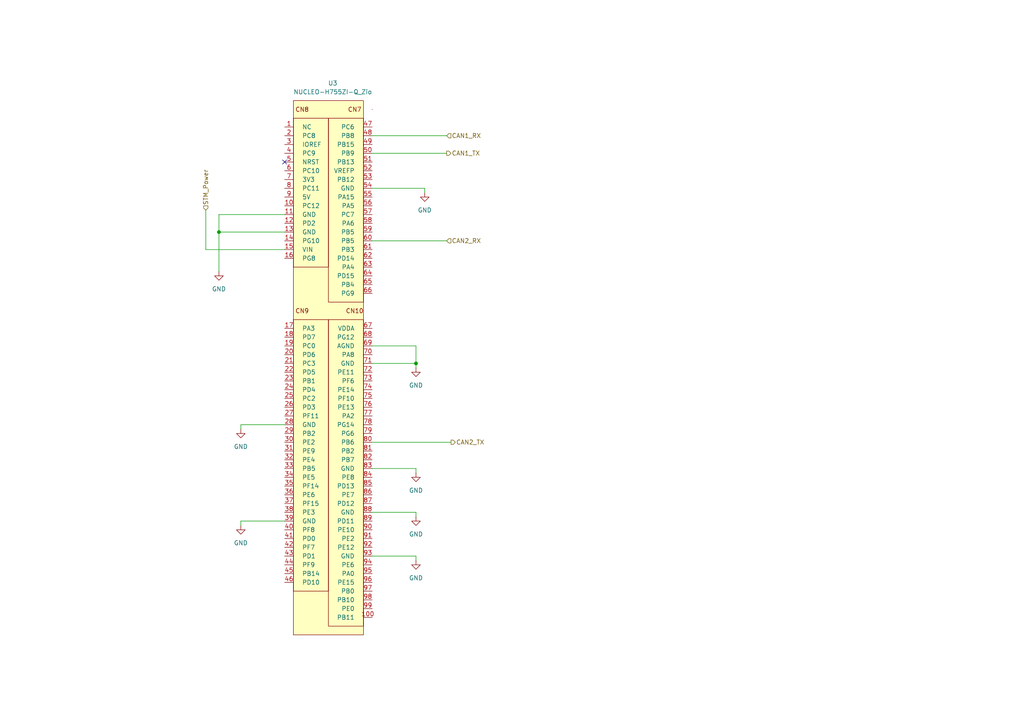
<source format=kicad_sch>
(kicad_sch (version 20250114) (generator "eeschema") (generator_version "9.0")
  (paper "A4")
  (lib_symbols
    (symbol "RDC_humanoid_project:NUCLEO-H755ZI-Q_Zio" (pin_names (offset 2.54))
      (property "Reference" "U" (at 12.7 15.24 0))
      (property "Value" "NUCLEO-H755ZI-Q_Zio" (at 0 15.24 0))
      (symbol "NUCLEO-H755ZI-Q_Zio_0_0"
        (rectangle (start -10.16 12.7) (end 10.16 -142.24) (fill (type background)))
        (rectangle (start -10.16 -50.8) (end 0 -129.54))
        (rectangle (start 0 7.62) (end 10.16 -45.72))
        (rectangle (start 0 -50.8) (end 10.16 -139.7))
        (text "CN8" (at -7.62 10.16 0) (effects (font (size 1.27 1.27))))
        (text "CN9" (at -7.62 -48.26 0) (effects (font (size 1.27 1.27))))
        (text "CN7" (at 7.62 10.16 0) (effects (font (size 1.27 1.27))))
        (text "CN10" (at 7.62 -48.26 0) (effects (font (size 1.27 1.27))))
      )
      (symbol "NUCLEO-H755ZI-Q_Zio_0_1"
        (rectangle (start -10.16 7.62) (end 0 -35.56))
        (rectangle (start 12.7 10.16) (end 12.7 10.16))
        (rectangle (start 12.7 10.16) (end 12.7 10.16))
      )
      (symbol "NUCLEO-H755ZI-Q_Zio_1_1"
        (pin bidirectional line (at -12.7 5.08 0) (length 2.54) (name "NC") (number "1"))
        (pin bidirectional line (at -12.7 2.54 0) (length 2.54) (name "PC8") (number "2"))
        (pin bidirectional line (at -12.7 0 0) (length 2.54) (name "IOREF") (number "3"))
        (pin bidirectional line (at -12.7 -2.54 0) (length 2.54) (name "PC9") (number "4"))
        (pin input line (at -12.7 -5.08 0) (length 2.54) (name "NRST") (number "5"))
        (pin bidirectional line (at -12.7 -7.62 0) (length 2.54) (name "PC10") (number "6"))
        (pin power_out line (at -12.7 -10.16 0) (length 2.54) (name "3V3") (number "7"))
        (pin bidirectional line (at -12.7 -12.7 0) (length 2.54) (name "PC11") (number "8"))
        (pin power_out line (at -12.7 -15.24 0) (length 2.54) (name "5V") (number "9"))
        (pin bidirectional line (at -12.7 -17.78 0) (length 2.54) (name "PC12") (number "10"))
        (pin power_in line (at -12.7 -20.32 0) (length 2.54) (name "GND") (number "11"))
        (pin bidirectional line (at -12.7 -22.86 0) (length 2.54) (name "PD2") (number "12"))
        (pin power_in line (at -12.7 -25.4 0) (length 2.54) (name "GND") (number "13"))
        (pin bidirectional line (at -12.7 -27.94 0) (length 2.54) (name "PG10") (number "14"))
        (pin power_in line (at -12.7 -30.48 0) (length 2.54) (name "VIN") (number "15"))
        (pin bidirectional line (at -12.7 -33.02 0) (length 2.54) (name "PG8") (number "16"))
        (pin bidirectional line (at -12.7 -53.34 0) (length 2.54) (name "PA3") (number "17"))
        (pin bidirectional line (at -12.7 -55.88 0) (length 2.54) (name "PD7") (number "18"))
        (pin bidirectional line (at -12.7 -58.42 0) (length 2.54) (name "PC0") (number "19"))
        (pin bidirectional line (at -12.7 -60.96 0) (length 2.54) (name "PD6") (number "20"))
        (pin bidirectional line (at -12.7 -63.5 0) (length 2.54) (name "PC3") (number "21"))
        (pin bidirectional line (at -12.7 -66.04 0) (length 2.54) (name "PD5") (number "22"))
        (pin bidirectional line (at -12.7 -68.58 0) (length 2.54) (name "PB1") (number "23"))
        (pin bidirectional line (at -12.7 -71.12 0) (length 2.54) (name "PD4") (number "24"))
        (pin bidirectional line (at -12.7 -73.66 0) (length 2.54) (name "PC2") (number "25"))
        (pin bidirectional line (at -12.7 -76.2 0) (length 2.54) (name "PD3") (number "26"))
        (pin bidirectional line (at -12.7 -78.74 0) (length 2.54) (name "PF11") (number "27"))
        (pin power_in line (at -12.7 -81.28 0) (length 2.54) (name "GND") (number "28"))
        (pin bidirectional line (at -12.7 -83.82 0) (length 2.54) (name "PB2") (number "29"))
        (pin bidirectional line (at -12.7 -86.36 0) (length 2.54) (name "PE2") (number "30"))
        (pin bidirectional line (at -12.7 -88.9 0) (length 2.54) (name "PE9") (number "31"))
        (pin bidirectional line (at -12.7 -91.44 0) (length 2.54) (name "PE4") (number "32"))
        (pin bidirectional line (at -12.7 -93.98 0) (length 2.54) (name "PB5") (number "33"))
        (pin bidirectional line (at -12.7 -96.52 0) (length 2.54) (name "PE5") (number "34"))
        (pin bidirectional line (at -12.7 -99.06 0) (length 2.54) (name "PF14") (number "35"))
        (pin bidirectional line (at -12.7 -101.6 0) (length 2.54) (name "PE6") (number "36"))
        (pin bidirectional line (at -12.7 -104.14 0) (length 2.54) (name "PF15") (number "37"))
        (pin bidirectional line (at -12.7 -106.68 0) (length 2.54) (name "PE3") (number "38"))
        (pin power_in line (at -12.7 -109.22 0) (length 2.54) (name "GND") (number "39"))
        (pin bidirectional line (at -12.7 -111.76 0) (length 2.54) (name "PF8") (number "40"))
        (pin bidirectional line (at -12.7 -114.3 0) (length 2.54) (name "PD0") (number "41"))
        (pin bidirectional line (at -12.7 -116.84 0) (length 2.54) (name "PF7") (number "42"))
        (pin bidirectional line (at -12.7 -119.38 0) (length 2.54) (name "PD1") (number "43"))
        (pin bidirectional line (at -12.7 -121.92 0) (length 2.54) (name "PF9") (number "44"))
        (pin bidirectional line (at -12.7 -124.46 0) (length 2.54) (name "PB14") (number "45"))
        (pin bidirectional line (at -12.7 -127 0) (length 2.54) (name "PD10") (number "46"))
        (pin bidirectional line (at 12.7 5.08 180) (length 2.54) (name "PC6") (number "47"))
        (pin bidirectional line (at 12.7 2.54 180) (length 2.54) (name "PB8") (number "48"))
        (pin bidirectional line (at 12.7 0 180) (length 2.54) (name "PB15") (number "49"))
        (pin bidirectional line (at 12.7 -2.54 180) (length 2.54) (name "PB9") (number "50"))
        (pin bidirectional line (at 12.7 -5.08 180) (length 2.54) (name "PB13") (number "51"))
        (pin power_in line (at 12.7 -7.62 180) (length 2.54) (name "VREFP") (number "52"))
        (pin bidirectional line (at 12.7 -10.16 180) (length 2.54) (name "PB12") (number "53"))
        (pin power_in line (at 12.7 -12.7 180) (length 2.54) (name "GND") (number "54"))
        (pin bidirectional line (at 12.7 -15.24 180) (length 2.54) (name "PA15") (number "55"))
        (pin bidirectional line (at 12.7 -17.78 180) (length 2.54) (name "PA5") (number "56"))
        (pin bidirectional line (at 12.7 -20.32 180) (length 2.54) (name "PC7") (number "57"))
        (pin bidirectional line (at 12.7 -22.86 180) (length 2.54) (name "PA6") (number "58"))
        (pin bidirectional line (at 12.7 -25.4 180) (length 2.54) (name "PB5") (number "59"))
        (pin bidirectional line (at 12.7 -27.94 180) (length 2.54) (name "PB5") (number "60"))
        (pin bidirectional line (at 12.7 -30.48 180) (length 2.54) (name "PB3") (number "61"))
        (pin bidirectional line (at 12.7 -33.02 180) (length 2.54) (name "PD14") (number "62"))
        (pin bidirectional line (at 12.7 -35.56 180) (length 2.54) (name "PA4") (number "63"))
        (pin bidirectional line (at 12.7 -38.1 180) (length 2.54) (name "PD15") (number "64"))
        (pin bidirectional line (at 12.7 -40.64 180) (length 2.54) (name "PB4") (number "65"))
        (pin bidirectional line (at 12.7 -43.18 180) (length 2.54) (name "PG9") (number "66"))
        (pin power_out line (at 12.7 -53.34 180) (length 2.54) (name "VDDA") (number "67"))
        (pin bidirectional line (at 12.7 -55.88 180) (length 2.54) (name "PG12") (number "68"))
        (pin power_in line (at 12.7 -58.42 180) (length 2.54) (name "AGND") (number "69"))
        (pin bidirectional line (at 12.7 -60.96 180) (length 2.54) (name "PA8") (number "70"))
        (pin power_in line (at 12.7 -63.5 180) (length 2.54) (name "GND") (number "71"))
        (pin bidirectional line (at 12.7 -66.04 180) (length 2.54) (name "PE11") (number "72"))
        (pin bidirectional line (at 12.7 -68.58 180) (length 2.54) (name "PF6") (number "73"))
        (pin bidirectional line (at 12.7 -71.12 180) (length 2.54) (name "PE14") (number "74"))
        (pin bidirectional line (at 12.7 -73.66 180) (length 2.54) (name "PF10") (number "75"))
        (pin bidirectional line (at 12.7 -76.2 180) (length 2.54) (name "PE13") (number "76"))
        (pin bidirectional line (at 12.7 -78.74 180) (length 2.54) (name "PA2") (number "77"))
        (pin bidirectional line (at 12.7 -81.28 180) (length 2.54) (name "PG14") (number "78"))
        (pin bidirectional line (at 12.7 -83.82 180) (length 2.54) (name "PG6") (number "79"))
        (pin bidirectional line (at 12.7 -86.36 180) (length 2.54) (name "PB6") (number "80"))
        (pin bidirectional line (at 12.7 -88.9 180) (length 2.54) (name "PB2") (number "81"))
        (pin bidirectional line (at 12.7 -91.44 180) (length 2.54) (name "PB7") (number "82"))
        (pin power_in line (at 12.7 -93.98 180) (length 2.54) (name "GND") (number "83"))
        (pin bidirectional line (at 12.7 -96.52 180) (length 2.54) (name "PE8") (number "84"))
        (pin bidirectional line (at 12.7 -99.06 180) (length 2.54) (name "PD13") (number "85"))
        (pin bidirectional line (at 12.7 -101.6 180) (length 2.54) (name "PE7") (number "86"))
        (pin bidirectional line (at 12.7 -104.14 180) (length 2.54) (name "PD12") (number "87"))
        (pin power_in line (at 12.7 -106.68 180) (length 2.54) (name "GND") (number "88"))
        (pin bidirectional line (at 12.7 -109.22 180) (length 2.54) (name "PD11") (number "89"))
        (pin bidirectional line (at 12.7 -111.76 180) (length 2.54) (name "PE10") (number "90"))
        (pin bidirectional line (at 12.7 -114.3 180) (length 2.54) (name "PE2") (number "91"))
        (pin bidirectional line (at 12.7 -116.84 180) (length 2.54) (name "PE12") (number "92"))
        (pin power_in line (at 12.7 -119.38 180) (length 2.54) (name "GND") (number "93"))
        (pin bidirectional line (at 12.7 -121.92 180) (length 2.54) (name "PE6") (number "94"))
        (pin bidirectional line (at 12.7 -124.46 180) (length 2.54) (name "PA0") (number "95"))
        (pin bidirectional line (at 12.7 -127 180) (length 2.54) (name "PE15") (number "96"))
        (pin bidirectional line (at 12.7 -129.54 180) (length 2.54) (name "PB0") (number "97"))
        (pin bidirectional line (at 12.7 -132.08 180) (length 2.54) (name "PB10") (number "98"))
        (pin bidirectional line (at 12.7 -134.62 180) (length 2.54) (name "PE0") (number "99"))
        (pin bidirectional line (at 12.7 -137.16 180) (length 2.54) (name "PB11") (number "100"))
      )
    )
    (symbol "power:GND" (power) (pin_names (offset 0))
      (property "Value" "GND" (at 0 -3.81 0))
      (symbol "GND_0_1"
        (polyline (pts (xy 0 0) (xy 0 -1.27) (xy 1.27 -1.27) (xy 0 -2.54) (xy -1.27 -1.27) (xy 0 -1.27)))
      )
      (symbol "GND_1_1"
        (pin power_in line (at 0 0 270) (length 0) (hide yes) (name "GND") (number "1"))
      )
    )
  )
  (junction (at 63.5 67.31))
  (junction (at 120.65 105.41))
  (no_connect (at 82.55 46.99))
  (wire (pts (xy 120.65 135.89) (xy 120.65 137.16)))
  (wire (pts (xy 120.65 105.41) (xy 120.65 106.68)))
  (wire (pts (xy 120.65 148.59) (xy 120.65 149.86)))
  (wire (pts (xy 63.5 67.31) (xy 63.5 78.74)))
  (wire (pts (xy 82.55 72.39) (xy 59.69 72.39)))
  (wire (pts (xy 120.65 161.29) (xy 120.65 162.56)))
  (wire (pts (xy 82.55 151.13) (xy 69.85 151.13)))
  (wire (pts (xy 82.55 67.31) (xy 63.5 67.31)))
  (wire (pts (xy 107.95 69.85) (xy 129.54 69.85)))
  (wire (pts (xy 123.19 54.61) (xy 123.19 55.88)))
  (wire (pts (xy 107.95 161.29) (xy 120.65 161.29)))
  (wire (pts (xy 82.55 123.19) (xy 69.85 123.19)))
  (wire (pts (xy 107.95 135.89) (xy 120.65 135.89)))
  (wire (pts (xy 107.95 128.27) (xy 130.81 128.27)))
  (wire (pts (xy 82.55 62.23) (xy 63.5 62.23)))
  (wire (pts (xy 69.85 123.19) (xy 69.85 124.46)))
  (wire (pts (xy 69.85 151.13) (xy 69.85 152.4)))
  (wire (pts (xy 107.95 148.59) (xy 120.65 148.59)))
  (wire (pts (xy 63.5 62.23) (xy 63.5 67.31)))
  (wire (pts (xy 59.69 72.39) (xy 59.69 60.96)))
  (wire (pts (xy 107.95 44.45) (xy 129.54 44.45)))
  (wire (pts (xy 107.95 39.37) (xy 129.54 39.37)))
  (wire (pts (xy 107.95 100.33) (xy 120.65 100.33)))
  (wire (pts (xy 120.65 100.33) (xy 120.65 105.41)))
  (wire (pts (xy 107.95 54.61) (xy 123.19 54.61)))
  (wire (pts (xy 107.95 105.41) (xy 120.65 105.41)))
  (hierarchical_label "STM_Power" (shape input) (at 59.69 60.96 90))
  (hierarchical_label "CAN1_RX" (shape input) (at 129.54 39.37 0))
  (hierarchical_label "CAN1_TX" (shape output) (at 129.54 44.45 0))
  (hierarchical_label "CAN2_TX" (shape output) (at 130.81 128.27 0))
  (hierarchical_label "CAN2_RX" (shape input) (at 129.54 69.85 0))
  (symbol (lib_id "RDC_humanoid_project:NUCLEO-H755ZI-Q_Zio") (at 95.25 41.91 0) (unit 1)
    (property "Reference" "U3" (at 96.52 24.13 0))
    (property "Value" "NUCLEO-H755ZI-Q_Zio" (at 96.52 26.67 0))
    (property "Footprint" "RDC_humanoid_project:NUCLEO-STM32H755ZI-Q" (effects (hide yes)))
  )
  (symbol (lib_id "power:GND") (at 120.65 149.86 0) (mirror y) (unit 1)
    (property "Reference" "#PWR044" (effects (hide yes)))
    (property "Value" "GND" (at 120.65 154.94 0))
  )
  (symbol (lib_id "power:GND") (at 120.65 106.68 0) (mirror y) (unit 1)
    (property "Reference" "#PWR042" (effects (hide yes)))
    (property "Value" "GND" (at 120.65 111.76 0))
  )
  (symbol (lib_id "power:GND") (at 120.65 137.16 0) (mirror y) (unit 1)
    (property "Reference" "#PWR043" (effects (hide yes)))
    (property "Value" "GND" (at 120.65 142.24 0))
  )
  (symbol (lib_id "power:GND") (at 120.65 162.56 0) (mirror y) (unit 1)
    (property "Reference" "#PWR045" (effects (hide yes)))
    (property "Value" "GND" (at 120.65 167.64 0))
  )
  (symbol (lib_id "power:GND") (at 69.85 124.46 0) (unit 1)
    (property "Reference" "#PWR040" (effects (hide yes)))
    (property "Value" "GND" (at 69.85 129.54 0))
  )
  (symbol (lib_id "power:GND") (at 69.85 152.4 0) (unit 1)
    (property "Reference" "#PWR041" (effects (hide yes)))
    (property "Value" "GND" (at 69.85 157.48 0))
  )
  (symbol (lib_id "power:GND") (at 63.5 78.74 0) (unit 1)
    (property "Reference" "#PWR039" (effects (hide yes)))
    (property "Value" "GND" (at 63.5 83.82 0))
  )
  (symbol (lib_id "power:GND") (at 123.19 55.88 0) (unit 1)
    (property "Reference" "#PWR046" (effects (hide yes)))
    (property "Value" "GND" (at 123.19 60.96 0))
  )
)
</source>
